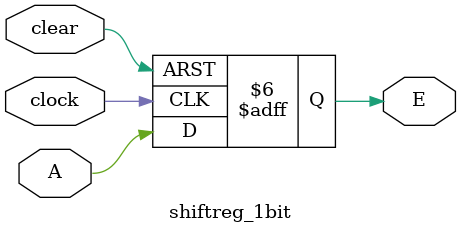
<source format=v>


module shiftreg_4bit (clock, clear, A, E);
    input clock, clear, A;
    output reg E;
    reg B, C, D;
    
    always @ (posedge clock or negedge clear)
        begin
          if (!clear)
              begin
                  B = 0;
                  C = 0;
                  D = 0;
                  E = 0;
              end
          else
            begin
                E = D;
                D = C;
                C = B;
                B = A;
            end
          end
endmodule

// This module will generate 1 bit shift register using D flip-flop with A as input and E as output state
module shiftreg_1bit (clock, clear, A, E);
    input clock, clear, A;
    output reg E;
    reg B, C, D;
    
    always @ (posedge clock or negedge clear)
        begin
          if (!clear)
              begin
                  B = 0;
                  C = 0;
                  D = 0;
                  E = 0;
              end
          else
            begin
                B = A;
                C = B;
                D = C;
                E = D;
            end
          end
endmodule


</source>
